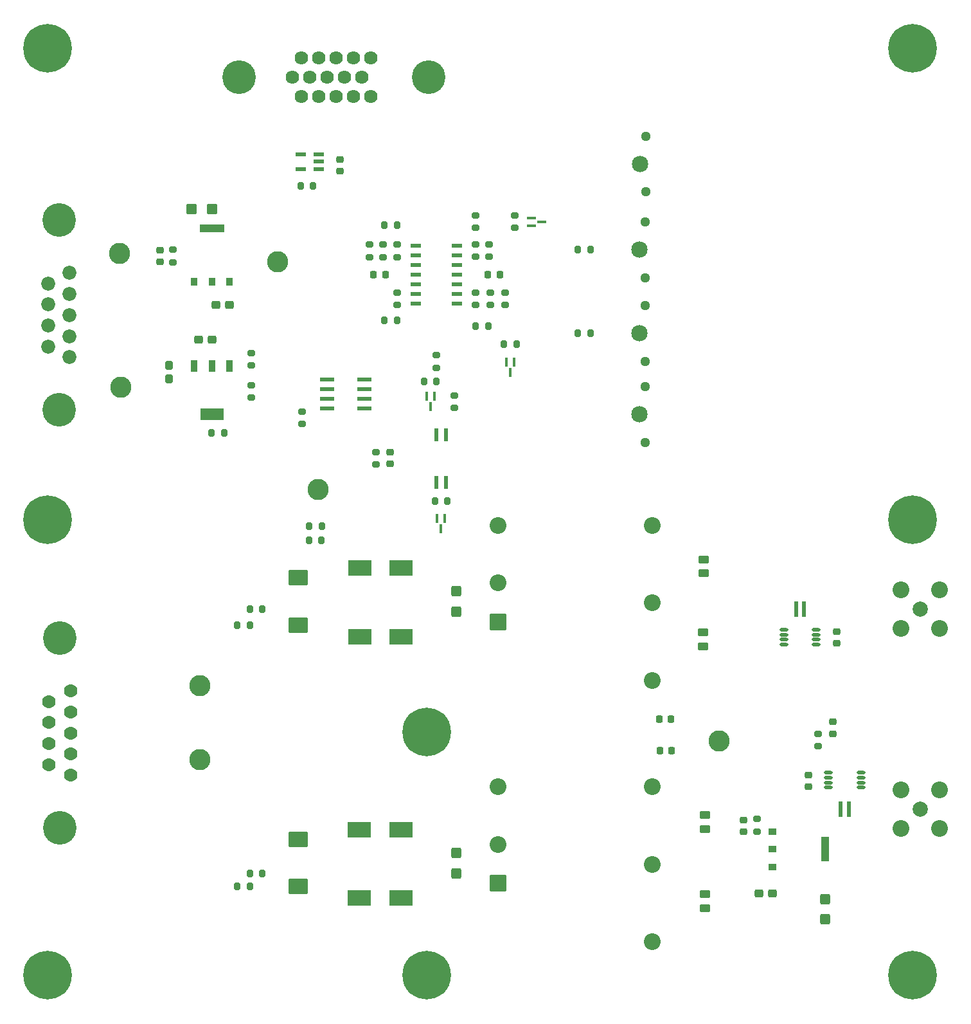
<source format=gbr>
%TF.GenerationSoftware,KiCad,Pcbnew,8.0.6*%
%TF.CreationDate,2025-05-15T16:07:21-04:00*%
%TF.ProjectId,2 - COLD_TPC_P25M5,32202d20-434f-44c4-945f-5450435f5032,rev?*%
%TF.SameCoordinates,Original*%
%TF.FileFunction,Soldermask,Top*%
%TF.FilePolarity,Negative*%
%FSLAX46Y46*%
G04 Gerber Fmt 4.6, Leading zero omitted, Abs format (unit mm)*
G04 Created by KiCad (PCBNEW 8.0.6) date 2025-05-15 16:07:21*
%MOMM*%
%LPD*%
G01*
G04 APERTURE LIST*
G04 Aperture macros list*
%AMRoundRect*
0 Rectangle with rounded corners*
0 $1 Rounding radius*
0 $2 $3 $4 $5 $6 $7 $8 $9 X,Y pos of 4 corners*
0 Add a 4 corners polygon primitive as box body*
4,1,4,$2,$3,$4,$5,$6,$7,$8,$9,$2,$3,0*
0 Add four circle primitives for the rounded corners*
1,1,$1+$1,$2,$3*
1,1,$1+$1,$4,$5*
1,1,$1+$1,$6,$7*
1,1,$1+$1,$8,$9*
0 Add four rect primitives between the rounded corners*
20,1,$1+$1,$2,$3,$4,$5,0*
20,1,$1+$1,$4,$5,$6,$7,0*
20,1,$1+$1,$6,$7,$8,$9,0*
20,1,$1+$1,$8,$9,$2,$3,0*%
G04 Aperture macros list end*
%ADD10RoundRect,0.200000X0.275000X-0.200000X0.275000X0.200000X-0.275000X0.200000X-0.275000X-0.200000X0*%
%ADD11C,2.800000*%
%ADD12RoundRect,0.225000X0.250000X-0.225000X0.250000X0.225000X-0.250000X0.225000X-0.250000X-0.225000X0*%
%ADD13C,6.400000*%
%ADD14RoundRect,0.250000X0.450000X0.425000X-0.450000X0.425000X-0.450000X-0.425000X0.450000X-0.425000X0*%
%ADD15RoundRect,0.200000X0.200000X0.275000X-0.200000X0.275000X-0.200000X-0.275000X0.200000X-0.275000X0*%
%ADD16RoundRect,0.200000X-0.275000X0.200000X-0.275000X-0.200000X0.275000X-0.200000X0.275000X0.200000X0*%
%ADD17R,1.016000X0.889000*%
%ADD18R,1.000000X3.200000*%
%ADD19R,0.584200X2.159000*%
%ADD20RoundRect,0.225000X0.225000X0.250000X-0.225000X0.250000X-0.225000X-0.250000X0.225000X-0.250000X0*%
%ADD21R,0.838200X1.600200*%
%ADD22R,3.048000X1.600200*%
%ADD23RoundRect,0.200000X-0.200000X-0.275000X0.200000X-0.275000X0.200000X0.275000X-0.200000X0.275000X0*%
%ADD24RoundRect,0.250000X0.312500X0.275000X-0.312500X0.275000X-0.312500X-0.275000X0.312500X-0.275000X0*%
%ADD25RoundRect,0.250000X0.275000X-0.312500X0.275000X0.312500X-0.275000X0.312500X-0.275000X-0.312500X0*%
%ADD26RoundRect,0.102000X1.000000X-1.000000X1.000000X1.000000X-1.000000X1.000000X-1.000000X-1.000000X0*%
%ADD27C,2.204000*%
%ADD28RoundRect,0.250000X-0.312500X-0.275000X0.312500X-0.275000X0.312500X0.275000X-0.312500X0.275000X0*%
%ADD29R,1.161200X0.350800*%
%ADD30C,1.295400*%
%ADD31C,2.159000*%
%ADD32C,1.764000*%
%ADD33C,4.420000*%
%ADD34RoundRect,0.225000X-0.250000X0.225000X-0.250000X-0.225000X0.250000X-0.225000X0.250000X0.225000X0*%
%ADD35R,0.350800X1.161200*%
%ADD36R,1.981200X0.558800*%
%ADD37R,0.558800X1.651000*%
%ADD38RoundRect,0.250000X0.450000X-0.262500X0.450000X0.262500X-0.450000X0.262500X-0.450000X-0.262500X0*%
%ADD39RoundRect,0.020000X-1.480000X0.980000X-1.480000X-0.980000X1.480000X-0.980000X1.480000X0.980000X0*%
%ADD40C,1.779000*%
%ADD41R,1.460500X0.533400*%
%ADD42C,1.839000*%
%ADD43R,1.473200X0.558800*%
%ADD44RoundRect,0.250000X1.025000X-0.787500X1.025000X0.787500X-1.025000X0.787500X-1.025000X-0.787500X0*%
%ADD45RoundRect,0.250000X0.425000X-0.450000X0.425000X0.450000X-0.425000X0.450000X-0.425000X-0.450000X0*%
%ADD46RoundRect,0.250000X-0.450000X0.262500X-0.450000X-0.262500X0.450000X-0.262500X0.450000X0.262500X0*%
%ADD47RoundRect,0.225000X-0.225000X-0.250000X0.225000X-0.250000X0.225000X0.250000X-0.225000X0.250000X0*%
%ADD48C,2.006600*%
%ADD49C,2.209800*%
%ADD50O,1.150000X0.449999*%
%ADD51RoundRect,0.250000X-0.425000X0.450000X-0.425000X-0.450000X0.425000X-0.450000X0.425000X0.450000X0*%
%ADD52R,0.889000X1.016000*%
%ADD53R,3.200000X1.000000*%
G04 APERTURE END LIST*
D10*
%TO.C,R31*%
X191388900Y-79595000D03*
X191388900Y-77945000D03*
%TD*%
D11*
%TO.C,+12V_RTN1*%
X155090000Y-149640000D03*
%TD*%
D12*
%TO.C,C25*%
X149800000Y-84100000D03*
X149800000Y-82550000D03*
%TD*%
D13*
%TO.C,H5*%
X135000000Y-56000000D03*
%TD*%
D14*
%TO.C,C26*%
X156687500Y-77115000D03*
X153987500Y-77115000D03*
%TD*%
D15*
%TO.C,R49*%
X163330000Y-129800000D03*
X161680000Y-129800000D03*
%TD*%
D16*
%TO.C,R6*%
X188650000Y-101655000D03*
X188650000Y-103305000D03*
%TD*%
D17*
%TO.C,U2*%
X230507500Y-159090000D03*
X230507500Y-161401400D03*
X230507500Y-163712800D03*
D18*
X237500000Y-161401400D03*
%TD*%
D19*
%TO.C,R45*%
X239506600Y-156130000D03*
X240573400Y-156130000D03*
%TD*%
D20*
%TO.C,C12*%
X217183000Y-144272000D03*
X215633000Y-144272000D03*
%TD*%
D21*
%TO.C,U6*%
X158960000Y-97754600D03*
X156660000Y-97754600D03*
X154360000Y-97754600D03*
D22*
X156660000Y-104155400D03*
%TD*%
D10*
%TO.C,R10*%
X151560000Y-84160000D03*
X151560000Y-82510000D03*
%TD*%
D23*
%TO.C,R11*%
X168335000Y-74090000D03*
X169985000Y-74090000D03*
%TD*%
D10*
%TO.C,R32*%
X196564150Y-79625000D03*
X196564150Y-77975000D03*
%TD*%
D20*
%TO.C,C21*%
X217215000Y-148430000D03*
X215665000Y-148430000D03*
%TD*%
D10*
%TO.C,R19*%
X181054150Y-83450000D03*
X181054150Y-81800000D03*
%TD*%
D13*
%TO.C,H7*%
X249000000Y-118000000D03*
%TD*%
D10*
%TO.C,R20*%
X177424150Y-83475000D03*
X177424150Y-81825000D03*
%TD*%
D19*
%TO.C,R46*%
X234693400Y-129770000D03*
X233626600Y-129770000D03*
%TD*%
D13*
%TO.C,H6*%
X249000000Y-178000000D03*
%TD*%
D10*
%TO.C,R34*%
X195264150Y-89765000D03*
X195264150Y-88115000D03*
%TD*%
D24*
%TO.C,C24*%
X158967500Y-89765000D03*
X157192500Y-89765000D03*
%TD*%
D12*
%TO.C,C27*%
X173560000Y-72175000D03*
X173560000Y-70625000D03*
%TD*%
D25*
%TO.C,C34*%
X150980000Y-99512500D03*
X150980000Y-97737500D03*
%TD*%
D15*
%TO.C,R15*%
X158295000Y-106580000D03*
X156645000Y-106580000D03*
%TD*%
%TO.C,R9*%
X187695000Y-115560000D03*
X186045000Y-115560000D03*
%TD*%
D10*
%TO.C,R3*%
X228470000Y-159086400D03*
X228470000Y-157436400D03*
%TD*%
D13*
%TO.C,H3*%
X185000000Y-146000000D03*
%TD*%
D16*
%TO.C,R22*%
X181059150Y-88119800D03*
X181059150Y-89769800D03*
%TD*%
D23*
%TO.C,R21*%
X179399150Y-79230000D03*
X181049150Y-79230000D03*
%TD*%
D26*
%TO.C,U4*%
X194395000Y-131470000D03*
D27*
X194395000Y-126370000D03*
X214695000Y-139170000D03*
X214695000Y-128970000D03*
X214695000Y-118770000D03*
X194395000Y-118770000D03*
%TD*%
D28*
%TO.C,C32*%
X154892500Y-94345000D03*
X156667500Y-94345000D03*
%TD*%
D15*
%TO.C,R5*%
X186275000Y-99790000D03*
X184625000Y-99790000D03*
%TD*%
D29*
%TO.C,M6*%
X198774150Y-78330002D03*
X198774150Y-79330000D03*
X200124150Y-78830001D03*
%TD*%
D30*
%TO.C,P1*%
X213720000Y-97170000D03*
X213720000Y-89850000D03*
D31*
X212960000Y-93500000D03*
%TD*%
D16*
%TO.C,R24*%
X168540000Y-103805000D03*
X168540000Y-105455000D03*
%TD*%
D11*
%TO.C,+5V1*%
X144520000Y-83000000D03*
%TD*%
D30*
%TO.C,P4*%
X213820000Y-74850000D03*
X213820000Y-67530000D03*
D31*
X213060000Y-71180000D03*
%TD*%
D30*
%TO.C,P3*%
X213730000Y-86180000D03*
X213730000Y-78860000D03*
D31*
X212970000Y-82510000D03*
%TD*%
D10*
%TO.C,R26*%
X193394150Y-89775000D03*
X193394150Y-88125000D03*
%TD*%
D32*
%TO.C,J1*%
X138030000Y-140575000D03*
X138030000Y-143345000D03*
X138030000Y-146115000D03*
X138030000Y-148885000D03*
X138030000Y-151655000D03*
X135190000Y-141960000D03*
X135190000Y-144730000D03*
X135190000Y-147500000D03*
X135190000Y-150270000D03*
D33*
X136610000Y-133615000D03*
X136610000Y-158615000D03*
%TD*%
D34*
%TO.C,C1*%
X235240000Y-151615000D03*
X235240000Y-153165000D03*
%TD*%
D35*
%TO.C,M5*%
X196459150Y-97289799D03*
X195459152Y-97289799D03*
X195959151Y-98639799D03*
%TD*%
D36*
%TO.C,U8*%
X171856200Y-99605000D03*
X171856200Y-100875000D03*
X171856200Y-102145000D03*
X171856200Y-103415000D03*
X176783800Y-103415000D03*
X176783800Y-102145000D03*
X176783800Y-100875000D03*
X176783800Y-99605000D03*
%TD*%
D37*
%TO.C,Q1*%
X187495000Y-106885800D03*
X186225000Y-106885800D03*
X186225000Y-113134200D03*
X187495000Y-113134200D03*
%TD*%
D11*
%TO.C,V_{EN}1*%
X170690000Y-114050000D03*
%TD*%
D38*
%TO.C,R39*%
X221607500Y-158732500D03*
X221607500Y-156907500D03*
%TD*%
D35*
%TO.C,M1*%
X185979999Y-101795000D03*
X184980001Y-101795000D03*
X185480000Y-103145000D03*
%TD*%
D10*
%TO.C,R35*%
X191394150Y-83405000D03*
X191394150Y-81755000D03*
%TD*%
D39*
%TO.C,L3*%
X176125000Y-133410000D03*
X181625000Y-133410000D03*
%TD*%
D40*
%TO.C,J3*%
X168434000Y-62350000D03*
X170724000Y-62350000D03*
X173014000Y-62350000D03*
X175304000Y-62350000D03*
X177594000Y-62350000D03*
X167289000Y-59810000D03*
X169579000Y-59810000D03*
X171869000Y-59810000D03*
X174159000Y-59810000D03*
X176449000Y-59810000D03*
X168434000Y-57270000D03*
X170724000Y-57270000D03*
X173014000Y-57270000D03*
X175304000Y-57270000D03*
X177594000Y-57270000D03*
D33*
X185255000Y-59810000D03*
X160265000Y-59810000D03*
%TD*%
D23*
%TO.C,R23*%
X179394150Y-91814800D03*
X181044150Y-91814800D03*
%TD*%
D41*
%TO.C,U7*%
X183525850Y-81950000D03*
X183525850Y-83220000D03*
X183525850Y-84490000D03*
X183525850Y-85760000D03*
X183525850Y-87030000D03*
X183525850Y-88300000D03*
X183525850Y-89570000D03*
X188974150Y-89570000D03*
X188974150Y-88300000D03*
X188974150Y-87030000D03*
X188974150Y-85760000D03*
X188974150Y-84490000D03*
X188974150Y-83220000D03*
X188974150Y-81950000D03*
%TD*%
D42*
%TO.C,J2*%
X137933250Y-96630000D03*
X137933250Y-93860000D03*
X137933250Y-91090000D03*
X137933250Y-88320000D03*
X137933250Y-85550000D03*
X135093250Y-95245000D03*
X135093250Y-92475000D03*
X135093250Y-89705000D03*
X135093250Y-86935000D03*
D33*
X136513250Y-78590000D03*
X136513250Y-103590000D03*
%TD*%
D43*
%TO.C,U5*%
X170733800Y-71850001D03*
X170733800Y-70900000D03*
X170733800Y-69949999D03*
X168346200Y-69949999D03*
X168346200Y-71850001D03*
%TD*%
D12*
%TO.C,C30*%
X238990000Y-134305000D03*
X238990000Y-132755000D03*
%TD*%
D44*
%TO.C,C15*%
X168055000Y-131892500D03*
X168055000Y-125667500D03*
%TD*%
D10*
%TO.C,R41*%
X236570000Y-147855000D03*
X236570000Y-146205000D03*
%TD*%
D23*
%TO.C,R8*%
X169475000Y-120700000D03*
X171125000Y-120700000D03*
%TD*%
D45*
%TO.C,C16*%
X188835000Y-130160000D03*
X188835000Y-127460000D03*
%TD*%
D46*
%TO.C,R37*%
X221607500Y-167337500D03*
X221607500Y-169162500D03*
%TD*%
D13*
%TO.C,H8*%
X135000000Y-118000000D03*
%TD*%
D16*
%TO.C,R4*%
X186270000Y-96365000D03*
X186270000Y-98015000D03*
%TD*%
D39*
%TO.C,L2*%
X176117500Y-158830000D03*
X181617500Y-158830000D03*
%TD*%
D35*
%TO.C,M2*%
X187359999Y-117865000D03*
X186360001Y-117865000D03*
X186860000Y-119215000D03*
%TD*%
D23*
%TO.C,R28*%
X191429150Y-92550000D03*
X193079150Y-92550000D03*
%TD*%
D16*
%TO.C,R12*%
X178250000Y-109105000D03*
X178250000Y-110755000D03*
%TD*%
D47*
%TO.C,C29*%
X193054150Y-85760000D03*
X194604150Y-85760000D03*
%TD*%
D38*
%TO.C,R40*%
X221425000Y-125082500D03*
X221425000Y-123257500D03*
%TD*%
D30*
%TO.C,P2*%
X213720000Y-107840000D03*
X213720000Y-100520000D03*
D31*
X212960000Y-104170000D03*
%TD*%
D13*
%TO.C,H4*%
X185000000Y-178000000D03*
%TD*%
D16*
%TO.C,R13*%
X161820000Y-96090000D03*
X161820000Y-97740000D03*
%TD*%
%TO.C,R14*%
X161820000Y-100300000D03*
X161820000Y-101950000D03*
%TD*%
%TO.C,R25*%
X191434150Y-88125000D03*
X191434150Y-89775000D03*
%TD*%
D48*
%TO.C,J5*%
X250000000Y-129780000D03*
D49*
X252540000Y-127240000D03*
X247460000Y-127240000D03*
X247460000Y-132320000D03*
X252540000Y-132320000D03*
%TD*%
D34*
%TO.C,C2*%
X238520000Y-144655000D03*
X238520000Y-146205000D03*
%TD*%
D11*
%TO.C,+12V1*%
X155090000Y-139890000D03*
%TD*%
D23*
%TO.C,R7*%
X169495000Y-118900000D03*
X171145000Y-118900000D03*
%TD*%
D11*
%TO.C,-5V1*%
X144690000Y-100630000D03*
%TD*%
D24*
%TO.C,C3*%
X230525000Y-167241400D03*
X228750000Y-167241400D03*
%TD*%
D12*
%TO.C,C4*%
X226730000Y-159086400D03*
X226730000Y-157536400D03*
%TD*%
D48*
%TO.C,J4*%
X250000000Y-156110000D03*
D49*
X252540000Y-153570000D03*
X247460000Y-153570000D03*
X247460000Y-158650000D03*
X252540000Y-158650000D03*
%TD*%
D16*
%TO.C,R36*%
X193184150Y-81765000D03*
X193184150Y-83415000D03*
%TD*%
D15*
%TO.C,R48*%
X163302500Y-164580000D03*
X161652500Y-164580000D03*
%TD*%
D13*
%TO.C,H2*%
X135000000Y-178000000D03*
%TD*%
%TO.C,H1*%
X249000000Y-56000000D03*
%TD*%
D34*
%TO.C,C33*%
X180140000Y-109135000D03*
X180140000Y-110685000D03*
%TD*%
D45*
%TO.C,C7*%
X188827500Y-164580000D03*
X188827500Y-161880000D03*
%TD*%
D46*
%TO.C,R38*%
X221415000Y-132887500D03*
X221415000Y-134712500D03*
%TD*%
D50*
%TO.C,U9*%
X232045000Y-132495001D03*
X232045000Y-133145002D03*
X232045000Y-133795001D03*
X232045000Y-134445002D03*
X236295000Y-134445002D03*
X236295000Y-133795001D03*
X236295000Y-133145002D03*
X236295000Y-132495001D03*
%TD*%
D15*
%TO.C,R33*%
X206545000Y-82510200D03*
X204895000Y-82510200D03*
%TD*%
D20*
%TO.C,C28*%
X179514150Y-85760000D03*
X177964150Y-85760000D03*
%TD*%
D15*
%TO.C,R30*%
X206555000Y-93500200D03*
X204905000Y-93500200D03*
%TD*%
D16*
%TO.C,R27*%
X179214150Y-81800000D03*
X179214150Y-83450000D03*
%TD*%
D44*
%TO.C,C6*%
X168047500Y-166312500D03*
X168047500Y-160087500D03*
%TD*%
D50*
%TO.C,U10*%
X242165000Y-153294999D03*
X242165000Y-152644998D03*
X242165000Y-151994999D03*
X242165000Y-151344998D03*
X237915000Y-151344998D03*
X237915000Y-151994999D03*
X237915000Y-152644998D03*
X237915000Y-153294999D03*
%TD*%
D39*
%TO.C,L4*%
X176125000Y-124410000D03*
X181625000Y-124410000D03*
%TD*%
%TO.C,L1*%
X176117500Y-167830000D03*
X181617500Y-167830000D03*
%TD*%
D26*
%TO.C,U3*%
X194387500Y-165890000D03*
D27*
X194387500Y-160790000D03*
X214687500Y-173590000D03*
X214687500Y-163390000D03*
X214687500Y-153190000D03*
X194387500Y-153190000D03*
%TD*%
D23*
%TO.C,F2*%
X160025000Y-131880000D03*
X161675000Y-131880000D03*
%TD*%
D11*
%TO.C,Telem_RTN1*%
X165350000Y-84050000D03*
%TD*%
D23*
%TO.C,F1*%
X160017500Y-166300000D03*
X161667500Y-166300000D03*
%TD*%
D51*
%TO.C,C5*%
X237480000Y-167950000D03*
X237480000Y-170650000D03*
%TD*%
D52*
%TO.C,U1*%
X154348600Y-86667500D03*
X156660000Y-86667500D03*
X158971400Y-86667500D03*
D53*
X156660000Y-79675000D03*
%TD*%
D11*
%TO.C,V_{OUT_RTN}1*%
X223490000Y-147150000D03*
%TD*%
D23*
%TO.C,R29*%
X195134151Y-94954799D03*
X196784151Y-94954799D03*
%TD*%
M02*

</source>
